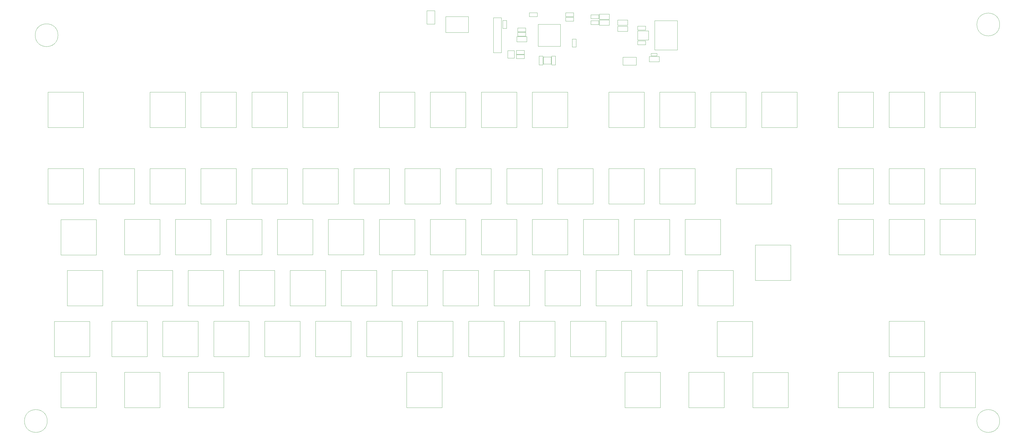
<source format=gbr>
%TF.GenerationSoftware,KiCad,Pcbnew,(5.99.0-10004-g132ec37b56)*%
%TF.CreationDate,2021-04-06T22:09:18+02:00*%
%TF.ProjectId,gh80-3003-nicosmod,67683830-2d33-4303-9033-2d6e69636f73,rev?*%
%TF.SameCoordinates,Original*%
%TF.FileFunction,Other,User*%
%FSLAX46Y46*%
G04 Gerber Fmt 4.6, Leading zero omitted, Abs format (unit mm)*
G04 Created by KiCad (PCBNEW (5.99.0-10004-g132ec37b56)) date 2021-04-06 22:09:18*
%MOMM*%
%LPD*%
G01*
G04 APERTURE LIST*
%ADD10C,0.050000*%
%ADD11C,0.100000*%
G04 APERTURE END LIST*
D10*
X376221000Y-182772000D02*
X376221000Y-195972000D01*
X376221000Y-195972000D02*
X363021000Y-195972000D01*
X363021000Y-182772000D02*
X376221000Y-182772000D01*
X363021000Y-195972000D02*
X363021000Y-182772000D01*
X357221000Y-182772000D02*
X357221000Y-195972000D01*
X357221000Y-195972000D02*
X344021000Y-195972000D01*
X344021000Y-182772000D02*
X357221000Y-182772000D01*
X344021000Y-195972000D02*
X344021000Y-182772000D01*
X338221000Y-182772000D02*
X338221000Y-195972000D01*
X338221000Y-195972000D02*
X325021000Y-195972000D01*
X325021000Y-182772000D02*
X338221000Y-182772000D01*
X325021000Y-195972000D02*
X325021000Y-182772000D01*
X293246356Y-182845181D02*
X306446356Y-182845181D01*
X306446356Y-196045181D02*
X293246356Y-196045181D01*
X306446356Y-182845181D02*
X306446356Y-196045181D01*
X293246356Y-196045181D02*
X293246356Y-182845181D01*
X282545455Y-182805426D02*
X282545455Y-196005426D01*
X282545455Y-196005426D02*
X269345455Y-196005426D01*
X269345455Y-182805426D02*
X282545455Y-182805426D01*
X269345455Y-196005426D02*
X269345455Y-182805426D01*
X245532452Y-182822931D02*
X258732452Y-182822931D01*
X258732452Y-196022931D02*
X245532452Y-196022931D01*
X258732452Y-182822931D02*
X258732452Y-196022931D01*
X245532452Y-196022931D02*
X245532452Y-182822931D01*
X164160000Y-182800000D02*
X177360000Y-182800000D01*
X164160000Y-196000000D02*
X164160000Y-182800000D01*
X177360000Y-182800000D02*
X177360000Y-196000000D01*
X177360000Y-196000000D02*
X164160000Y-196000000D01*
X82811000Y-182792000D02*
X96011000Y-182792000D01*
X96011000Y-195992000D02*
X82811000Y-195992000D01*
X96011000Y-182792000D02*
X96011000Y-195992000D01*
X82811000Y-195992000D02*
X82811000Y-182792000D01*
X72221000Y-182772000D02*
X72221000Y-195972000D01*
X72221000Y-195972000D02*
X59021000Y-195972000D01*
X59021000Y-182772000D02*
X72221000Y-182772000D01*
X59021000Y-195972000D02*
X59021000Y-182772000D01*
X35311000Y-182792000D02*
X48511000Y-182792000D01*
X48511000Y-195992000D02*
X35311000Y-195992000D01*
X48511000Y-182792000D02*
X48511000Y-195992000D01*
X35311000Y-195992000D02*
X35311000Y-182792000D01*
X32886000Y-163792000D02*
X46086000Y-163792000D01*
X46086000Y-176992000D02*
X32886000Y-176992000D01*
X32886000Y-176992000D02*
X32886000Y-163792000D01*
X46086000Y-163792000D02*
X46086000Y-176992000D01*
X50886000Y-157992000D02*
X37686000Y-157992000D01*
X37686000Y-144792000D02*
X50886000Y-144792000D01*
X50886000Y-144792000D02*
X50886000Y-157992000D01*
X37686000Y-157992000D02*
X37686000Y-144792000D01*
X35311000Y-125792000D02*
X48511000Y-125792000D01*
X48511000Y-138992000D02*
X35311000Y-138992000D01*
X48511000Y-125792000D02*
X48511000Y-138992000D01*
X35311000Y-138992000D02*
X35311000Y-125792000D01*
X43721000Y-106772000D02*
X43721000Y-119972000D01*
X43721000Y-119972000D02*
X30521000Y-119972000D01*
X30521000Y-106772000D02*
X43721000Y-106772000D01*
X30521000Y-119972000D02*
X30521000Y-106772000D01*
X357221000Y-163772000D02*
X357221000Y-176972000D01*
X357221000Y-176972000D02*
X344021000Y-176972000D01*
X344021000Y-163772000D02*
X357221000Y-163772000D01*
X344021000Y-176972000D02*
X344021000Y-163772000D01*
X279936000Y-176992000D02*
X279936000Y-163792000D01*
X279936000Y-163792000D02*
X293136000Y-163792000D01*
X293136000Y-163792000D02*
X293136000Y-176992000D01*
X293136000Y-176992000D02*
X279936000Y-176992000D01*
X257471000Y-163772000D02*
X257471000Y-176972000D01*
X257471000Y-176972000D02*
X244271000Y-176972000D01*
X244271000Y-163772000D02*
X257471000Y-163772000D01*
X244271000Y-176972000D02*
X244271000Y-163772000D01*
X238471000Y-163772000D02*
X238471000Y-176972000D01*
X238471000Y-176972000D02*
X225271000Y-176972000D01*
X225271000Y-163772000D02*
X238471000Y-163772000D01*
X225271000Y-176972000D02*
X225271000Y-163772000D01*
X219471000Y-163772000D02*
X219471000Y-176972000D01*
X219471000Y-176972000D02*
X206271000Y-176972000D01*
X206271000Y-163772000D02*
X219471000Y-163772000D01*
X206271000Y-176972000D02*
X206271000Y-163772000D01*
X200471000Y-163772000D02*
X200471000Y-176972000D01*
X200471000Y-176972000D02*
X187271000Y-176972000D01*
X187271000Y-163772000D02*
X200471000Y-163772000D01*
X187271000Y-176972000D02*
X187271000Y-163772000D01*
X181471000Y-163772000D02*
X181471000Y-176972000D01*
X181471000Y-176972000D02*
X168271000Y-176972000D01*
X168271000Y-163772000D02*
X181471000Y-163772000D01*
X168271000Y-176972000D02*
X168271000Y-163772000D01*
X162471000Y-163772000D02*
X162471000Y-176972000D01*
X162471000Y-176972000D02*
X149271000Y-176972000D01*
X149271000Y-163772000D02*
X162471000Y-163772000D01*
X149271000Y-176972000D02*
X149271000Y-163772000D01*
X143471000Y-163772000D02*
X143471000Y-176972000D01*
X143471000Y-176972000D02*
X130271000Y-176972000D01*
X130271000Y-163772000D02*
X143471000Y-163772000D01*
X130271000Y-176972000D02*
X130271000Y-163772000D01*
X124471000Y-163772000D02*
X124471000Y-176972000D01*
X124471000Y-176972000D02*
X111271000Y-176972000D01*
X111271000Y-163772000D02*
X124471000Y-163772000D01*
X111271000Y-176972000D02*
X111271000Y-163772000D01*
X105471000Y-163772000D02*
X105471000Y-176972000D01*
X105471000Y-176972000D02*
X92271000Y-176972000D01*
X92271000Y-163772000D02*
X105471000Y-163772000D01*
X92271000Y-176972000D02*
X92271000Y-163772000D01*
X86471000Y-163772000D02*
X86471000Y-176972000D01*
X86471000Y-176972000D02*
X73271000Y-176972000D01*
X73271000Y-163772000D02*
X86471000Y-163772000D01*
X73271000Y-176972000D02*
X73271000Y-163772000D01*
X67471000Y-163772000D02*
X67471000Y-176972000D01*
X67471000Y-176972000D02*
X54271000Y-176972000D01*
X54271000Y-163772000D02*
X67471000Y-163772000D01*
X54271000Y-176972000D02*
X54271000Y-163772000D01*
X285971000Y-144772000D02*
X285971000Y-157972000D01*
X285971000Y-157972000D02*
X272771000Y-157972000D01*
X272771000Y-144772000D02*
X285971000Y-144772000D01*
X272771000Y-157972000D02*
X272771000Y-144772000D01*
X266971000Y-144772000D02*
X266971000Y-157972000D01*
X266971000Y-157972000D02*
X253771000Y-157972000D01*
X253771000Y-144772000D02*
X266971000Y-144772000D01*
X253771000Y-157972000D02*
X253771000Y-144772000D01*
X247971000Y-144772000D02*
X247971000Y-157972000D01*
X247971000Y-157972000D02*
X234771000Y-157972000D01*
X234771000Y-144772000D02*
X247971000Y-144772000D01*
X234771000Y-157972000D02*
X234771000Y-144772000D01*
X228971000Y-144772000D02*
X228971000Y-157972000D01*
X228971000Y-157972000D02*
X215771000Y-157972000D01*
X215771000Y-144772000D02*
X228971000Y-144772000D01*
X215771000Y-157972000D02*
X215771000Y-144772000D01*
X209971000Y-144772000D02*
X209971000Y-157972000D01*
X209971000Y-157972000D02*
X196771000Y-157972000D01*
X196771000Y-144772000D02*
X209971000Y-144772000D01*
X196771000Y-157972000D02*
X196771000Y-144772000D01*
X190971000Y-144772000D02*
X190971000Y-157972000D01*
X190971000Y-157972000D02*
X177771000Y-157972000D01*
X177771000Y-144772000D02*
X190971000Y-144772000D01*
X177771000Y-157972000D02*
X177771000Y-144772000D01*
X171971000Y-144772000D02*
X171971000Y-157972000D01*
X171971000Y-157972000D02*
X158771000Y-157972000D01*
X158771000Y-144772000D02*
X171971000Y-144772000D01*
X158771000Y-157972000D02*
X158771000Y-144772000D01*
X152971000Y-144772000D02*
X152971000Y-157972000D01*
X152971000Y-157972000D02*
X139771000Y-157972000D01*
X139771000Y-144772000D02*
X152971000Y-144772000D01*
X139771000Y-157972000D02*
X139771000Y-144772000D01*
X133971000Y-144772000D02*
X133971000Y-157972000D01*
X133971000Y-157972000D02*
X120771000Y-157972000D01*
X120771000Y-144772000D02*
X133971000Y-144772000D01*
X120771000Y-157972000D02*
X120771000Y-144772000D01*
X114971000Y-144772000D02*
X114971000Y-157972000D01*
X114971000Y-157972000D02*
X101771000Y-157972000D01*
X101771000Y-144772000D02*
X114971000Y-144772000D01*
X101771000Y-157972000D02*
X101771000Y-144772000D01*
X95971000Y-144772000D02*
X95971000Y-157972000D01*
X95971000Y-157972000D02*
X82771000Y-157972000D01*
X82771000Y-144772000D02*
X95971000Y-144772000D01*
X82771000Y-157972000D02*
X82771000Y-144772000D01*
X76971000Y-144772000D02*
X76971000Y-157972000D01*
X76971000Y-157972000D02*
X63771000Y-157972000D01*
X63771000Y-144772000D02*
X76971000Y-144772000D01*
X63771000Y-157972000D02*
X63771000Y-144772000D01*
X376221000Y-125772000D02*
X376221000Y-138972000D01*
X376221000Y-138972000D02*
X363021000Y-138972000D01*
X363021000Y-125772000D02*
X376221000Y-125772000D01*
X363021000Y-138972000D02*
X363021000Y-125772000D01*
X357221000Y-125772000D02*
X357221000Y-138972000D01*
X357221000Y-138972000D02*
X344021000Y-138972000D01*
X344021000Y-125772000D02*
X357221000Y-125772000D01*
X344021000Y-138972000D02*
X344021000Y-125772000D01*
X338221000Y-125772000D02*
X338221000Y-138972000D01*
X338221000Y-138972000D02*
X325021000Y-138972000D01*
X325021000Y-125772000D02*
X338221000Y-125772000D01*
X325021000Y-138972000D02*
X325021000Y-125772000D01*
X294186000Y-135292000D02*
X307386000Y-135292000D01*
X294186000Y-148492000D02*
X294186000Y-135292000D01*
X307386000Y-135292000D02*
X307386000Y-148492000D01*
X307386000Y-148492000D02*
X294186000Y-148492000D01*
X281221000Y-125772000D02*
X281221000Y-138972000D01*
X281221000Y-138972000D02*
X268021000Y-138972000D01*
X268021000Y-125772000D02*
X281221000Y-125772000D01*
X268021000Y-138972000D02*
X268021000Y-125772000D01*
X262221000Y-125772000D02*
X262221000Y-138972000D01*
X262221000Y-138972000D02*
X249021000Y-138972000D01*
X249021000Y-125772000D02*
X262221000Y-125772000D01*
X249021000Y-138972000D02*
X249021000Y-125772000D01*
X243221000Y-125772000D02*
X243221000Y-138972000D01*
X243221000Y-138972000D02*
X230021000Y-138972000D01*
X230021000Y-125772000D02*
X243221000Y-125772000D01*
X230021000Y-138972000D02*
X230021000Y-125772000D01*
X224221000Y-125772000D02*
X224221000Y-138972000D01*
X224221000Y-138972000D02*
X211021000Y-138972000D01*
X211021000Y-125772000D02*
X224221000Y-125772000D01*
X211021000Y-138972000D02*
X211021000Y-125772000D01*
X205221000Y-125772000D02*
X205221000Y-138972000D01*
X205221000Y-138972000D02*
X192021000Y-138972000D01*
X192021000Y-125772000D02*
X205221000Y-125772000D01*
X192021000Y-138972000D02*
X192021000Y-125772000D01*
X186221000Y-125772000D02*
X186221000Y-138972000D01*
X186221000Y-138972000D02*
X173021000Y-138972000D01*
X173021000Y-125772000D02*
X186221000Y-125772000D01*
X173021000Y-138972000D02*
X173021000Y-125772000D01*
X167221000Y-125772000D02*
X167221000Y-138972000D01*
X167221000Y-138972000D02*
X154021000Y-138972000D01*
X154021000Y-125772000D02*
X167221000Y-125772000D01*
X154021000Y-138972000D02*
X154021000Y-125772000D01*
X148221000Y-125772000D02*
X148221000Y-138972000D01*
X148221000Y-138972000D02*
X135021000Y-138972000D01*
X135021000Y-125772000D02*
X148221000Y-125772000D01*
X135021000Y-138972000D02*
X135021000Y-125772000D01*
X129221000Y-125772000D02*
X129221000Y-138972000D01*
X129221000Y-138972000D02*
X116021000Y-138972000D01*
X116021000Y-125772000D02*
X129221000Y-125772000D01*
X116021000Y-138972000D02*
X116021000Y-125772000D01*
X110221000Y-125772000D02*
X110221000Y-138972000D01*
X110221000Y-138972000D02*
X97021000Y-138972000D01*
X97021000Y-125772000D02*
X110221000Y-125772000D01*
X97021000Y-138972000D02*
X97021000Y-125772000D01*
X91221000Y-125772000D02*
X91221000Y-138972000D01*
X91221000Y-138972000D02*
X78021000Y-138972000D01*
X78021000Y-125772000D02*
X91221000Y-125772000D01*
X78021000Y-138972000D02*
X78021000Y-125772000D01*
X72221000Y-125772000D02*
X72221000Y-138972000D01*
X72221000Y-138972000D02*
X59021000Y-138972000D01*
X59021000Y-125772000D02*
X72221000Y-125772000D01*
X59021000Y-138972000D02*
X59021000Y-125772000D01*
X376221000Y-106772000D02*
X376221000Y-119972000D01*
X376221000Y-119972000D02*
X363021000Y-119972000D01*
X363021000Y-106772000D02*
X376221000Y-106772000D01*
X363021000Y-119972000D02*
X363021000Y-106772000D01*
X357221000Y-106772000D02*
X357221000Y-119972000D01*
X357221000Y-119972000D02*
X344021000Y-119972000D01*
X344021000Y-106772000D02*
X357221000Y-106772000D01*
X344021000Y-119972000D02*
X344021000Y-106772000D01*
X338221000Y-106772000D02*
X338221000Y-119972000D01*
X338221000Y-119972000D02*
X325021000Y-119972000D01*
X325021000Y-106772000D02*
X338221000Y-106772000D01*
X325021000Y-119972000D02*
X325021000Y-106772000D01*
X287061000Y-106792000D02*
X300261000Y-106792000D01*
X287061000Y-119992000D02*
X287061000Y-106792000D01*
X300261000Y-119992000D02*
X287061000Y-119992000D01*
X300261000Y-106792000D02*
X300261000Y-119992000D01*
X271721000Y-106772000D02*
X271721000Y-119972000D01*
X271721000Y-119972000D02*
X258521000Y-119972000D01*
X258521000Y-106772000D02*
X271721000Y-106772000D01*
X258521000Y-119972000D02*
X258521000Y-106772000D01*
X252721000Y-106772000D02*
X252721000Y-119972000D01*
X252721000Y-119972000D02*
X239521000Y-119972000D01*
X239521000Y-106772000D02*
X252721000Y-106772000D01*
X239521000Y-119972000D02*
X239521000Y-106772000D01*
X233721000Y-106772000D02*
X233721000Y-119972000D01*
X233721000Y-119972000D02*
X220521000Y-119972000D01*
X220521000Y-106772000D02*
X233721000Y-106772000D01*
X220521000Y-119972000D02*
X220521000Y-106772000D01*
X214721000Y-106772000D02*
X214721000Y-119972000D01*
X214721000Y-119972000D02*
X201521000Y-119972000D01*
X201521000Y-106772000D02*
X214721000Y-106772000D01*
X201521000Y-119972000D02*
X201521000Y-106772000D01*
X195721000Y-106772000D02*
X195721000Y-119972000D01*
X195721000Y-119972000D02*
X182521000Y-119972000D01*
X182521000Y-106772000D02*
X195721000Y-106772000D01*
X182521000Y-119972000D02*
X182521000Y-106772000D01*
X176721000Y-106772000D02*
X176721000Y-119972000D01*
X176721000Y-119972000D02*
X163521000Y-119972000D01*
X163521000Y-106772000D02*
X176721000Y-106772000D01*
X163521000Y-119972000D02*
X163521000Y-106772000D01*
X157721000Y-106772000D02*
X157721000Y-119972000D01*
X157721000Y-119972000D02*
X144521000Y-119972000D01*
X144521000Y-106772000D02*
X157721000Y-106772000D01*
X144521000Y-119972000D02*
X144521000Y-106772000D01*
X138721000Y-106772000D02*
X138721000Y-119972000D01*
X138721000Y-119972000D02*
X125521000Y-119972000D01*
X125521000Y-106772000D02*
X138721000Y-106772000D01*
X125521000Y-119972000D02*
X125521000Y-106772000D01*
X119721000Y-106772000D02*
X119721000Y-119972000D01*
X119721000Y-119972000D02*
X106521000Y-119972000D01*
X106521000Y-106772000D02*
X119721000Y-106772000D01*
X106521000Y-119972000D02*
X106521000Y-106772000D01*
X100721000Y-106772000D02*
X100721000Y-119972000D01*
X100721000Y-119972000D02*
X87521000Y-119972000D01*
X87521000Y-106772000D02*
X100721000Y-106772000D01*
X87521000Y-119972000D02*
X87521000Y-106772000D01*
X81721000Y-106772000D02*
X81721000Y-119972000D01*
X81721000Y-119972000D02*
X68521000Y-119972000D01*
X68521000Y-106772000D02*
X81721000Y-106772000D01*
X68521000Y-119972000D02*
X68521000Y-106772000D01*
X62721000Y-106772000D02*
X62721000Y-119972000D01*
X62721000Y-119972000D02*
X49521000Y-119972000D01*
X49521000Y-106772000D02*
X62721000Y-106772000D01*
X49521000Y-119972000D02*
X49521000Y-106772000D01*
X376221000Y-78272000D02*
X376221000Y-91472000D01*
X376221000Y-91472000D02*
X363021000Y-91472000D01*
X363021000Y-78272000D02*
X376221000Y-78272000D01*
X363021000Y-91472000D02*
X363021000Y-78272000D01*
X357221000Y-78272000D02*
X357221000Y-91472000D01*
X357221000Y-91472000D02*
X344021000Y-91472000D01*
X344021000Y-78272000D02*
X357221000Y-78272000D01*
X344021000Y-91472000D02*
X344021000Y-78272000D01*
X338221000Y-78272000D02*
X338221000Y-91472000D01*
X338221000Y-91472000D02*
X325021000Y-91472000D01*
X325021000Y-78272000D02*
X338221000Y-78272000D01*
X325021000Y-91472000D02*
X325021000Y-78272000D01*
X309721000Y-78272000D02*
X309721000Y-91472000D01*
X309721000Y-91472000D02*
X296521000Y-91472000D01*
X296521000Y-78272000D02*
X309721000Y-78272000D01*
X296521000Y-91472000D02*
X296521000Y-78272000D01*
X290721000Y-78272000D02*
X290721000Y-91472000D01*
X290721000Y-91472000D02*
X277521000Y-91472000D01*
X277521000Y-78272000D02*
X290721000Y-78272000D01*
X277521000Y-91472000D02*
X277521000Y-78272000D01*
X271721000Y-78272000D02*
X271721000Y-91472000D01*
X271721000Y-91472000D02*
X258521000Y-91472000D01*
X258521000Y-78272000D02*
X271721000Y-78272000D01*
X258521000Y-91472000D02*
X258521000Y-78272000D01*
X252721000Y-78272000D02*
X252721000Y-91472000D01*
X252721000Y-91472000D02*
X239521000Y-91472000D01*
X239521000Y-78272000D02*
X252721000Y-78272000D01*
X239521000Y-91472000D02*
X239521000Y-78272000D01*
X224221000Y-78272000D02*
X224221000Y-91472000D01*
X224221000Y-91472000D02*
X211021000Y-91472000D01*
X211021000Y-78272000D02*
X224221000Y-78272000D01*
X211021000Y-91472000D02*
X211021000Y-78272000D01*
X205221000Y-78272000D02*
X205221000Y-91472000D01*
X205221000Y-91472000D02*
X192021000Y-91472000D01*
X192021000Y-78272000D02*
X205221000Y-78272000D01*
X192021000Y-91472000D02*
X192021000Y-78272000D01*
X186221000Y-78272000D02*
X186221000Y-91472000D01*
X186221000Y-91472000D02*
X173021000Y-91472000D01*
X173021000Y-78272000D02*
X186221000Y-78272000D01*
X173021000Y-91472000D02*
X173021000Y-78272000D01*
X167221000Y-78272000D02*
X167221000Y-91472000D01*
X167221000Y-91472000D02*
X154021000Y-91472000D01*
X154021000Y-78272000D02*
X167221000Y-78272000D01*
X154021000Y-91472000D02*
X154021000Y-78272000D01*
X138721000Y-78272000D02*
X138721000Y-91472000D01*
X138721000Y-91472000D02*
X125521000Y-91472000D01*
X125521000Y-78272000D02*
X138721000Y-78272000D01*
X125521000Y-91472000D02*
X125521000Y-78272000D01*
X119721000Y-78272000D02*
X119721000Y-91472000D01*
X119721000Y-91472000D02*
X106521000Y-91472000D01*
X106521000Y-78272000D02*
X119721000Y-78272000D01*
X106521000Y-91472000D02*
X106521000Y-78272000D01*
X100721000Y-78272000D02*
X100721000Y-91472000D01*
X100721000Y-91472000D02*
X87521000Y-91472000D01*
X87521000Y-78272000D02*
X100721000Y-78272000D01*
X87521000Y-91472000D02*
X87521000Y-78272000D01*
X81721000Y-78272000D02*
X81721000Y-91472000D01*
X81721000Y-91472000D02*
X68521000Y-91472000D01*
X68521000Y-78272000D02*
X81721000Y-78272000D01*
X68521000Y-91472000D02*
X68521000Y-78272000D01*
X43721000Y-78272000D02*
X43721000Y-91472000D01*
X43721000Y-91472000D02*
X30521000Y-91472000D01*
X30521000Y-78272000D02*
X43721000Y-78272000D01*
X30521000Y-91472000D02*
X30521000Y-78272000D01*
X246580000Y-53280000D02*
X242820000Y-53280000D01*
X242820000Y-53280000D02*
X242820000Y-51320000D01*
X246580000Y-51320000D02*
X246580000Y-53280000D01*
X242820000Y-51320000D02*
X246580000Y-51320000D01*
X236000000Y-51350000D02*
X239700000Y-51350000D01*
X239700000Y-53250000D02*
X236000000Y-53250000D01*
X236000000Y-53250000D02*
X236000000Y-51350000D01*
X239700000Y-51350000D02*
X239700000Y-53250000D01*
X205570000Y-57330000D02*
X205570000Y-55870000D01*
X208530000Y-57330000D02*
X205570000Y-57330000D01*
X208530000Y-55870000D02*
X208530000Y-57330000D01*
X205570000Y-55870000D02*
X208530000Y-55870000D01*
X227330000Y-58420000D02*
X227330000Y-61380000D01*
X225870000Y-61380000D02*
X225870000Y-58420000D01*
X225870000Y-58420000D02*
X227330000Y-58420000D01*
X227330000Y-61380000D02*
X225870000Y-61380000D01*
X232870000Y-50830000D02*
X232870000Y-49370000D01*
X232870000Y-49370000D02*
X235830000Y-49370000D01*
X235830000Y-50830000D02*
X232870000Y-50830000D01*
X235830000Y-49370000D02*
X235830000Y-50830000D01*
X226430000Y-51730000D02*
X223470000Y-51730000D01*
X223470000Y-51730000D02*
X223470000Y-50270000D01*
X223470000Y-50270000D02*
X226430000Y-50270000D01*
X226430000Y-50270000D02*
X226430000Y-51730000D01*
X201430000Y-51520000D02*
X201430000Y-54480000D01*
X201430000Y-54480000D02*
X199970000Y-54480000D01*
X199970000Y-54480000D02*
X199970000Y-51520000D01*
X199970000Y-51520000D02*
X201430000Y-51520000D01*
X232870000Y-53030000D02*
X232870000Y-51570000D01*
X232870000Y-51570000D02*
X235830000Y-51570000D01*
X235830000Y-53030000D02*
X232870000Y-53030000D01*
X235830000Y-51570000D02*
X235830000Y-53030000D01*
X239700000Y-51050000D02*
X236000000Y-51050000D01*
X236000000Y-51050000D02*
X236000000Y-49150000D01*
X239700000Y-49150000D02*
X239700000Y-51050000D01*
X236000000Y-49150000D02*
X239700000Y-49150000D01*
X208980000Y-57470000D02*
X208980000Y-59430000D01*
X208980000Y-59430000D02*
X205220000Y-59430000D01*
X205220000Y-59430000D02*
X205220000Y-57470000D01*
X205220000Y-57470000D02*
X208980000Y-57470000D01*
X226430000Y-48620000D02*
X226430000Y-50080000D01*
X226430000Y-50080000D02*
X223470000Y-50080000D01*
X223470000Y-48620000D02*
X226430000Y-48620000D01*
X223470000Y-50080000D02*
X223470000Y-48620000D01*
X212880000Y-50030000D02*
X209920000Y-50030000D01*
X212880000Y-48570000D02*
X212880000Y-50030000D01*
X209920000Y-50030000D02*
X209920000Y-48570000D01*
X209920000Y-48570000D02*
X212880000Y-48570000D01*
X187250000Y-50000000D02*
X187250000Y-56000000D01*
X178750000Y-56000000D02*
X178750000Y-50000000D01*
X187250000Y-56000000D02*
X178750000Y-56000000D01*
X178750000Y-50000000D02*
X187250000Y-50000000D01*
X258350000Y-64950000D02*
X258350000Y-66850000D01*
X254650000Y-66850000D02*
X254650000Y-64950000D01*
X254650000Y-64950000D02*
X258350000Y-64950000D01*
X258350000Y-66850000D02*
X254650000Y-66850000D01*
D11*
X201898496Y-62750112D02*
X201898496Y-65500112D01*
X201898496Y-65500112D02*
X204348496Y-65500112D01*
X204348496Y-62750112D02*
X201898496Y-62750112D01*
X204348496Y-65500112D02*
X204348496Y-62750112D01*
D10*
X34250000Y-57000000D02*
G75*
G03*
X34250000Y-57000000I-4250000J0D01*
G01*
X250300000Y-58750000D02*
X254400000Y-58750000D01*
X250300000Y-55350000D02*
X250300000Y-58750000D01*
X254400000Y-58750000D02*
X254400000Y-55350000D01*
X254400000Y-55350000D02*
X250300000Y-55350000D01*
X253280000Y-59070000D02*
X253280000Y-60530000D01*
X250320000Y-59070000D02*
X253280000Y-59070000D01*
X250320000Y-60530000D02*
X250320000Y-59070000D01*
X253280000Y-60530000D02*
X250320000Y-60530000D01*
X171700000Y-52800000D02*
X174700000Y-52800000D01*
X171700000Y-47800000D02*
X171700000Y-52800000D01*
X174700000Y-47800000D02*
X171700000Y-47800000D01*
X174700000Y-52800000D02*
X174700000Y-47800000D01*
X253280000Y-55030000D02*
X250320000Y-55030000D01*
X250320000Y-55030000D02*
X250320000Y-53570000D01*
X253280000Y-53570000D02*
X253280000Y-55030000D01*
X250320000Y-53570000D02*
X253280000Y-53570000D01*
X213230000Y-61170000D02*
X221470000Y-61170000D01*
X213230000Y-52930000D02*
X213230000Y-61170000D01*
X221470000Y-61170000D02*
X221470000Y-52930000D01*
X221470000Y-52930000D02*
X213230000Y-52930000D01*
X205120112Y-62671504D02*
X208080112Y-62671504D01*
X205120112Y-64131504D02*
X205120112Y-62671504D01*
X208080112Y-62671504D02*
X208080112Y-64131504D01*
X208080112Y-64131504D02*
X205120112Y-64131504D01*
X256670000Y-51530000D02*
X265100000Y-51530000D01*
X265100000Y-62470000D02*
X265100000Y-51530000D01*
X256670000Y-62470000D02*
X265100000Y-62470000D01*
X256670000Y-62470000D02*
X256670000Y-51530000D01*
X249800000Y-68200000D02*
X249800000Y-65200000D01*
X244800000Y-68200000D02*
X249800000Y-68200000D01*
X244800000Y-65200000D02*
X244800000Y-68200000D01*
X249800000Y-65200000D02*
X244800000Y-65200000D01*
X246550000Y-55550000D02*
X242850000Y-55550000D01*
X246550000Y-53650000D02*
X246550000Y-55550000D01*
X242850000Y-55550000D02*
X242850000Y-53650000D01*
X242850000Y-53650000D02*
X246550000Y-53650000D01*
X30250000Y-201000000D02*
G75*
G03*
X30250000Y-201000000I-4250000J0D01*
G01*
X208080000Y-64270000D02*
X208080000Y-65730000D01*
X205120000Y-64270000D02*
X208080000Y-64270000D01*
X208080000Y-65730000D02*
X205120000Y-65730000D01*
X205120000Y-65730000D02*
X205120000Y-64270000D01*
X199500000Y-63500000D02*
X199500000Y-50500000D01*
X196500000Y-63500000D02*
X199500000Y-63500000D01*
X196500000Y-50500000D02*
X196500000Y-63500000D01*
X199500000Y-50500000D02*
X196500000Y-50500000D01*
X205570000Y-54270000D02*
X208530000Y-54270000D01*
X208530000Y-54270000D02*
X208530000Y-55730000D01*
X205570000Y-55730000D02*
X205570000Y-54270000D01*
X208530000Y-55730000D02*
X205570000Y-55730000D01*
X385250000Y-53000000D02*
G75*
G03*
X385250000Y-53000000I-4250000J0D01*
G01*
X215030000Y-68050000D02*
X213570000Y-68050000D01*
X213570000Y-68050000D02*
X213570000Y-64750000D01*
X215030000Y-64750000D02*
X215030000Y-68050000D01*
X213570000Y-64750000D02*
X215030000Y-64750000D01*
X218170000Y-64750000D02*
X219630000Y-64750000D01*
X218170000Y-68050000D02*
X218170000Y-64750000D01*
X219630000Y-64750000D02*
X219630000Y-68050000D01*
X219630000Y-68050000D02*
X218170000Y-68050000D01*
X255300000Y-64670000D02*
X255300000Y-63730000D01*
X255300000Y-63730000D02*
X257500000Y-63730000D01*
X257500000Y-64670000D02*
X255300000Y-64670000D01*
X257500000Y-63730000D02*
X257500000Y-64670000D01*
X385250000Y-201000000D02*
G75*
G03*
X385250000Y-201000000I-4250000J0D01*
G01*
X218000000Y-65100000D02*
X215200000Y-65100000D01*
X215200000Y-65100000D02*
X215200000Y-67700000D01*
X218000000Y-67700000D02*
X218000000Y-65100000D01*
X215200000Y-67700000D02*
X218000000Y-67700000D01*
M02*

</source>
